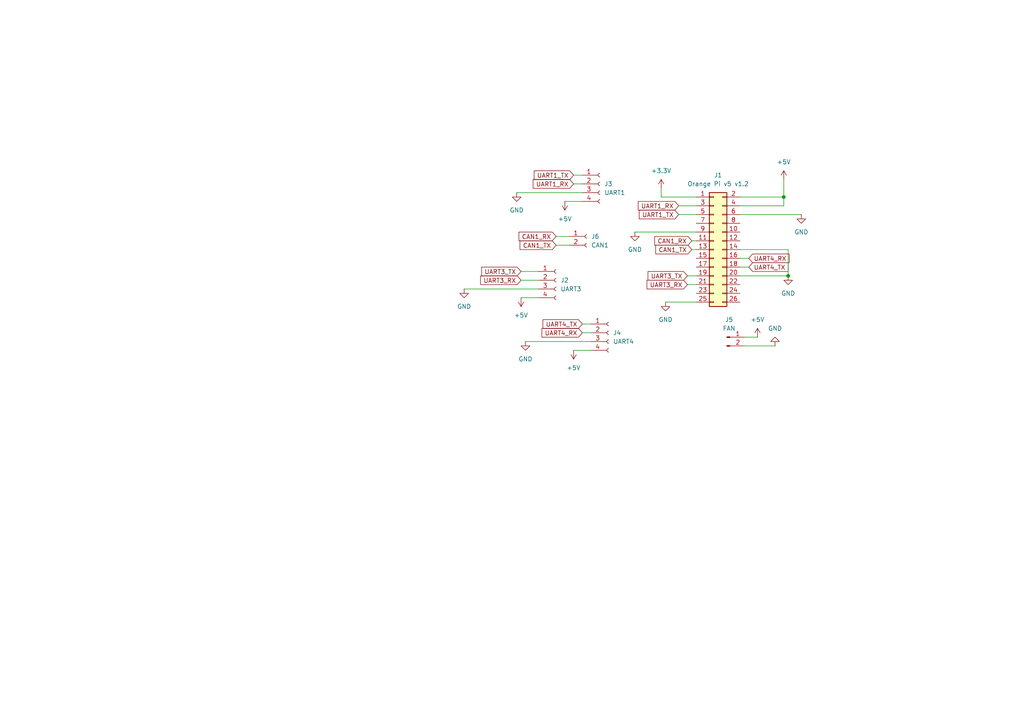
<source format=kicad_sch>
(kicad_sch (version 20231120) (generator "eeschema") (generator_version "8.0")
  (paper "A4")
  (lib_symbols
    (symbol "Connector:Conn_01x02_Pin" (pin_names (offset 1.016) hide)
      (property "Reference" "J" (at 0 2.54 0))
      (property "Value" "Conn_01x02_Pin" (at 0 -5.08 0))
      (symbol "Conn_01x02_Pin_1_1"
        (polyline (pts (xy 1.27 -2.54) (xy 0.8636 -2.54)) (stroke (width 0.1524)))
        (polyline (pts (xy 1.27 0) (xy 0.8636 0)) (stroke (width 0.1524)))
        (rectangle (start 0.8636 -2.413) (end 0 -2.667) (stroke (width 0.1524)) (fill (type outline)))
        (rectangle (start 0.8636 0.127) (end 0 -0.127) (stroke (width 0.1524)) (fill (type outline)))
        (pin passive line (at 5.08 0 180) (length 3.81) (name "Pin_1") (number "1"))
        (pin passive line (at 5.08 -2.54 180) (length 3.81) (name "Pin_2") (number "2"))
      )
    )
    (symbol "Connector:Conn_01x02_Socket" (pin_names (offset 1.016) hide)
      (property "Reference" "J" (at 0 2.54 0))
      (property "Value" "Conn_01x02_Socket" (at 0 -5.08 0))
      (symbol "Conn_01x02_Socket_1_1"
        (arc (start 0 -2.032) (mid -0.5058 -2.54) (end 0 -3.048) (stroke (width 0.1524)))
        (polyline (pts (xy -1.27 -2.54) (xy -0.508 -2.54)) (stroke (width 0.1524)))
        (polyline (pts (xy -1.27 0) (xy -0.508 0)) (stroke (width 0.1524)))
        (arc (start 0 0.508) (mid -0.5058 0) (end 0 -0.508) (stroke (width 0.1524)))
        (pin passive line (at -5.08 0 0) (length 3.81) (name "Pin_1") (number "1"))
        (pin passive line (at -5.08 -2.54 0) (length 3.81) (name "Pin_2") (number "2"))
      )
    )
    (symbol "Connector:Conn_01x04_Socket" (pin_names (offset 1.016) hide)
      (property "Reference" "J" (at 0 5.08 0))
      (property "Value" "Conn_01x04_Socket" (at 0 -7.62 0))
      (symbol "Conn_01x04_Socket_1_1"
        (arc (start 0 -4.572) (mid -0.5058 -5.08) (end 0 -5.588) (stroke (width 0.1524)))
        (arc (start 0 -2.032) (mid -0.5058 -2.54) (end 0 -3.048) (stroke (width 0.1524)))
        (polyline (pts (xy -1.27 -5.08) (xy -0.508 -5.08)) (stroke (width 0.1524)))
        (polyline (pts (xy -1.27 -2.54) (xy -0.508 -2.54)) (stroke (width 0.1524)))
        (polyline (pts (xy -1.27 0) (xy -0.508 0)) (stroke (width 0.1524)))
        (polyline (pts (xy -1.27 2.54) (xy -0.508 2.54)) (stroke (width 0.1524)))
        (arc (start 0 0.508) (mid -0.5058 0) (end 0 -0.508) (stroke (width 0.1524)))
        (arc (start 0 3.048) (mid -0.5058 2.54) (end 0 2.032) (stroke (width 0.1524)))
        (pin passive line (at -5.08 2.54 0) (length 3.81) (name "Pin_1") (number "1"))
        (pin passive line (at -5.08 0 0) (length 3.81) (name "Pin_2") (number "2"))
        (pin passive line (at -5.08 -2.54 0) (length 3.81) (name "Pin_3") (number "3"))
        (pin passive line (at -5.08 -5.08 0) (length 3.81) (name "Pin_4") (number "4"))
      )
    )
    (symbol "Connector_Generic:Conn_02x13_Odd_Even" (pin_names (offset 1.016) hide)
      (property "Reference" "J" (at 1.27 17.78 0))
      (property "Value" "Conn_02x13_Odd_Even" (at 1.27 -17.78 0))
      (symbol "Conn_02x13_Odd_Even_1_1"
        (rectangle (start -1.27 -15.113) (end 0 -15.367) (stroke (width 0.1524)))
        (rectangle (start -1.27 -12.573) (end 0 -12.827) (stroke (width 0.1524)))
        (rectangle (start -1.27 -10.033) (end 0 -10.287) (stroke (width 0.1524)))
        (rectangle (start -1.27 -7.493) (end 0 -7.747) (stroke (width 0.1524)))
        (rectangle (start -1.27 -4.953) (end 0 -5.207) (stroke (width 0.1524)))
        (rectangle (start -1.27 -2.413) (end 0 -2.667) (stroke (width 0.1524)))
        (rectangle (start -1.27 0.127) (end 0 -0.127) (stroke (width 0.1524)))
        (rectangle (start -1.27 2.667) (end 0 2.413) (stroke (width 0.1524)))
        (rectangle (start -1.27 5.207) (end 0 4.953) (stroke (width 0.1524)))
        (rectangle (start -1.27 7.747) (end 0 7.493) (stroke (width 0.1524)))
        (rectangle (start -1.27 10.287) (end 0 10.033) (stroke (width 0.1524)))
        (rectangle (start -1.27 12.827) (end 0 12.573) (stroke (width 0.1524)))
        (rectangle (start -1.27 15.367) (end 0 15.113) (stroke (width 0.1524)))
        (rectangle (start -1.27 16.51) (end 3.81 -16.51) (stroke (width 0.254)) (fill (type background)))
        (rectangle (start 3.81 -15.113) (end 2.54 -15.367) (stroke (width 0.1524)))
        (rectangle (start 3.81 -12.573) (end 2.54 -12.827) (stroke (width 0.1524)))
        (rectangle (start 3.81 -10.033) (end 2.54 -10.287) (stroke (width 0.1524)))
        (rectangle (start 3.81 -7.493) (end 2.54 -7.747) (stroke (width 0.1524)))
        (rectangle (start 3.81 -4.953) (end 2.54 -5.207) (stroke (width 0.1524)))
        (rectangle (start 3.81 -2.413) (end 2.54 -2.667) (stroke (width 0.1524)))
        (rectangle (start 3.81 0.127) (end 2.54 -0.127) (stroke (width 0.1524)))
        (rectangle (start 3.81 2.667) (end 2.54 2.413) (stroke (width 0.1524)))
        (rectangle (start 3.81 5.207) (end 2.54 4.953) (stroke (width 0.1524)))
        (rectangle (start 3.81 7.747) (end 2.54 7.493) (stroke (width 0.1524)))
        (rectangle (start 3.81 10.287) (end 2.54 10.033) (stroke (width 0.1524)))
        (rectangle (start 3.81 12.827) (end 2.54 12.573) (stroke (width 0.1524)))
        (rectangle (start 3.81 15.367) (end 2.54 15.113) (stroke (width 0.1524)))
        (pin passive line (at -5.08 15.24 0) (length 3.81) (name "Pin_1") (number "1"))
        (pin passive line (at 7.62 5.08 180) (length 3.81) (name "Pin_10") (number "10"))
        (pin passive line (at -5.08 2.54 0) (length 3.81) (name "Pin_11") (number "11"))
        (pin passive line (at 7.62 2.54 180) (length 3.81) (name "Pin_12") (number "12"))
        (pin passive line (at -5.08 0 0) (length 3.81) (name "Pin_13") (number "13"))
        (pin passive line (at 7.62 0 180) (length 3.81) (name "Pin_14") (number "14"))
        (pin passive line (at -5.08 -2.54 0) (length 3.81) (name "Pin_15") (number "15"))
        (pin passive line (at 7.62 -2.54 180) (length 3.81) (name "Pin_16") (number "16"))
        (pin passive line (at -5.08 -5.08 0) (length 3.81) (name "Pin_17") (number "17"))
        (pin passive line (at 7.62 -5.08 180) (length 3.81) (name "Pin_18") (number "18"))
        (pin passive line (at -5.08 -7.62 0) (length 3.81) (name "Pin_19") (number "19"))
        (pin passive line (at 7.62 15.24 180) (length 3.81) (name "Pin_2") (number "2"))
        (pin passive line (at 7.62 -7.62 180) (length 3.81) (name "Pin_20") (number "20"))
        (pin passive line (at -5.08 -10.16 0) (length 3.81) (name "Pin_21") (number "21"))
        (pin passive line (at 7.62 -10.16 180) (length 3.81) (name "Pin_22") (number "22"))
        (pin passive line (at -5.08 -12.7 0) (length 3.81) (name "Pin_23") (number "23"))
        (pin passive line (at 7.62 -12.7 180) (length 3.81) (name "Pin_24") (number "24"))
        (pin passive line (at -5.08 -15.24 0) (length 3.81) (name "Pin_25") (number "25"))
        (pin passive line (at 7.62 -15.24 180) (length 3.81) (name "Pin_26") (number "26"))
        (pin passive line (at -5.08 12.7 0) (length 3.81) (name "Pin_3") (number "3"))
        (pin passive line (at 7.62 12.7 180) (length 3.81) (name "Pin_4") (number "4"))
        (pin passive line (at -5.08 10.16 0) (length 3.81) (name "Pin_5") (number "5"))
        (pin passive line (at 7.62 10.16 180) (length 3.81) (name "Pin_6") (number "6"))
        (pin passive line (at -5.08 7.62 0) (length 3.81) (name "Pin_7") (number "7"))
        (pin passive line (at 7.62 7.62 180) (length 3.81) (name "Pin_8") (number "8"))
        (pin passive line (at -5.08 5.08 0) (length 3.81) (name "Pin_9") (number "9"))
      )
    )
    (symbol "power:+3.3V" (power) (pin_numbers hide) (pin_names (offset 0) hide)
      (property "Value" "+3.3V" (at 0 3.556 0))
      (symbol "+3.3V_0_1"
        (polyline (pts (xy -0.762 1.27) (xy 0 2.54)))
        (polyline (pts (xy 0 0) (xy 0 2.54)))
        (polyline (pts (xy 0 2.54) (xy 0.762 1.27)))
      )
      (symbol "+3.3V_1_1"
        (pin power_in line (at 0 0 90) (length 0) (name "~") (number "1"))
      )
    )
    (symbol "power:+5V" (power) (pin_numbers hide) (pin_names (offset 0) hide)
      (property "Value" "+5V" (at 0 3.556 0))
      (symbol "+5V_0_1"
        (polyline (pts (xy -0.762 1.27) (xy 0 2.54)))
        (polyline (pts (xy 0 0) (xy 0 2.54)))
        (polyline (pts (xy 0 2.54) (xy 0.762 1.27)))
      )
      (symbol "+5V_1_1"
        (pin power_in line (at 0 0 90) (length 0) (name "~") (number "1"))
      )
    )
    (symbol "power:GND" (power) (pin_numbers hide) (pin_names (offset 0) hide)
      (property "Value" "GND" (at 0 -3.81 0))
      (symbol "GND_0_1"
        (polyline (pts (xy 0 0) (xy 0 -1.27) (xy 1.27 -1.27) (xy 0 -2.54) (xy -1.27 -1.27) (xy 0 -1.27)))
      )
      (symbol "GND_1_1"
        (pin power_in line (at 0 0 270) (length 0) (name "~") (number "1"))
      )
    )
  )
  (junction (at 227.33 57.15))
  (junction (at 228.6 80.01))
  (wire (pts (xy 151.13 78.74) (xy 156.21 78.74)))
  (wire (pts (xy 166.37 101.6) (xy 171.45 101.6)))
  (wire (pts (xy 227.33 57.15) (xy 227.33 59.69)))
  (wire (pts (xy 214.63 80.01) (xy 228.6 80.01)))
  (wire (pts (xy 228.6 72.39) (xy 228.6 80.01)))
  (wire (pts (xy 199.39 82.55) (xy 201.93 82.55)))
  (wire (pts (xy 214.63 74.93) (xy 217.17 74.93)))
  (wire (pts (xy 168.91 93.98) (xy 171.45 93.98)))
  (wire (pts (xy 215.9 97.79) (xy 219.71 97.79)))
  (wire (pts (xy 161.29 68.58) (xy 165.1 68.58)))
  (wire (pts (xy 166.37 53.34) (xy 168.91 53.34)))
  (wire (pts (xy 196.85 59.69) (xy 201.93 59.69)))
  (wire (pts (xy 134.62 83.82) (xy 156.21 83.82)))
  (wire (pts (xy 168.91 96.52) (xy 171.45 96.52)))
  (wire (pts (xy 215.9 100.33) (xy 224.79 100.33)))
  (wire (pts (xy 184.15 67.31) (xy 201.93 67.31)))
  (wire (pts (xy 193.04 87.63) (xy 201.93 87.63)))
  (wire (pts (xy 214.63 77.47) (xy 217.17 77.47)))
  (wire (pts (xy 196.85 62.23) (xy 201.93 62.23)))
  (wire (pts (xy 166.37 50.8) (xy 168.91 50.8)))
  (wire (pts (xy 214.63 62.23) (xy 232.41 62.23)))
  (wire (pts (xy 163.83 58.42) (xy 168.91 58.42)))
  (wire (pts (xy 151.13 81.28) (xy 156.21 81.28)))
  (wire (pts (xy 151.13 86.36) (xy 156.21 86.36)))
  (wire (pts (xy 227.33 52.07) (xy 227.33 57.15)))
  (wire (pts (xy 200.66 69.85) (xy 201.93 69.85)))
  (wire (pts (xy 152.4 99.06) (xy 171.45 99.06)))
  (wire (pts (xy 191.77 57.15) (xy 201.93 57.15)))
  (wire (pts (xy 214.63 59.69) (xy 227.33 59.69)))
  (wire (pts (xy 214.63 57.15) (xy 227.33 57.15)))
  (wire (pts (xy 161.29 71.12) (xy 165.1 71.12)))
  (wire (pts (xy 191.77 54.61) (xy 191.77 57.15)))
  (wire (pts (xy 149.86 55.88) (xy 168.91 55.88)))
  (wire (pts (xy 214.63 72.39) (xy 228.6 72.39)))
  (wire (pts (xy 199.39 80.01) (xy 201.93 80.01)))
  (wire (pts (xy 200.66 72.39) (xy 201.93 72.39)))
  (global_label "UART1_TX" (shape input) (at 166.37 50.8 180) (property "Intersheetrefs" "${INTERSHEET_REFS}" (effects (hide yes))))
  (global_label "UART3_RX" (shape input) (at 151.13 81.28 180) (property "Intersheetrefs" "${INTERSHEET_REFS}" (effects (hide yes))))
  (global_label "UART4_RX" (shape input) (at 168.91 96.52 180) (property "Intersheetrefs" "${INTERSHEET_REFS}" (effects (hide yes))))
  (global_label "UART4_RX" (shape input) (at 217.17 74.93 0) (property "Intersheetrefs" "${INTERSHEET_REFS}" (effects (hide yes))))
  (global_label "UART3_TX" (shape input) (at 199.39 80.01 180) (property "Intersheetrefs" "${INTERSHEET_REFS}" (effects (hide yes))))
  (global_label "UART4_TX" (shape input) (at 168.91 93.98 180) (property "Intersheetrefs" "${INTERSHEET_REFS}" (effects (hide yes))))
  (global_label "CAN1_RX" (shape input) (at 161.29 68.58 180) (property "Intersheetrefs" "${INTERSHEET_REFS}" (effects (hide yes))))
  (global_label "UART4_TX" (shape input) (at 217.17 77.47 0) (property "Intersheetrefs" "${INTERSHEET_REFS}" (effects (hide yes))))
  (global_label "CAN1_TX" (shape input) (at 200.66 72.39 180) (property "Intersheetrefs" "${INTERSHEET_REFS}" (effects (hide yes))))
  (global_label "UART3_TX" (shape input) (at 151.13 78.74 180) (property "Intersheetrefs" "${INTERSHEET_REFS}" (effects (hide yes))))
  (global_label "UART1_TX" (shape input) (at 196.85 62.23 180) (property "Intersheetrefs" "${INTERSHEET_REFS}" (effects (hide yes))))
  (global_label "CAN1_RX" (shape input) (at 200.66 69.85 180) (property "Intersheetrefs" "${INTERSHEET_REFS}" (effects (hide yes))))
  (global_label "UART3_RX" (shape input) (at 199.39 82.55 180) (property "Intersheetrefs" "${INTERSHEET_REFS}" (effects (hide yes))))
  (global_label "CAN1_TX" (shape input) (at 161.29 71.12 180) (property "Intersheetrefs" "${INTERSHEET_REFS}" (effects (hide yes))))
  (global_label "UART1_RX" (shape input) (at 196.85 59.69 180) (property "Intersheetrefs" "${INTERSHEET_REFS}" (effects (hide yes))))
  (global_label "UART1_RX" (shape input) (at 166.37 53.34 180) (property "Intersheetrefs" "${INTERSHEET_REFS}" (effects (hide yes))))
  (symbol (lib_id "power:GND") (at 184.15 67.31 0) (unit 1)
    (property "Reference" "#PWR06" (effects (hide yes)))
    (property "Value" "GND" (at 184.15 72.39 0))
    (property "Description" "Power symbol creates a global label with name \"GND\" , ground" (effects (hide yes)))
  )
  (symbol (lib_id "Connector:Conn_01x02_Socket") (at 170.18 68.58 0) (unit 1)
    (property "Reference" "J6" (at 171.45 68.5799 0) (effects (justify left)))
    (property "Value" "CAN1" (at 171.45 71.1199 0) (effects (justify left)))
    (property "Footprint" "Connector_JST:JST_XH_B2B-XH-A_1x02_P2.50mm_Vertical" (effects (hide yes)))
    (property "Description" "Generic connector, single row, 01x02, script generated" (effects (hide yes)))
  )
  (symbol (lib_id "Connector:Conn_01x04_Socket") (at 176.53 96.52 0) (unit 1)
    (property "Reference" "J4" (at 177.8 96.5199 0) (effects (justify left)))
    (property "Value" "UART4" (at 177.8 99.0599 0) (effects (justify left)))
    (property "Footprint" "Connector_JST:JST_XH_B4B-XH-A_1x04_P2.50mm_Vertical" (effects (hide yes)))
    (property "Description" "Generic connector, single row, 01x04, script generated" (effects (hide yes)))
  )
  (symbol (lib_id "power:GND") (at 228.6 80.01 0) (unit 1)
    (property "Reference" "#PWR04" (effects (hide yes)))
    (property "Value" "GND" (at 228.6 85.09 0))
    (property "Description" "Power symbol creates a global label with name \"GND\" , ground" (effects (hide yes)))
  )
  (symbol (lib_id "power:GND") (at 224.79 100.33 180) (unit 1)
    (property "Reference" "#PWR010" (effects (hide yes)))
    (property "Value" "GND" (at 224.79 95.25 0))
    (property "Description" "Power symbol creates a global label with name \"GND\" , ground" (effects (hide yes)))
  )
  (symbol (lib_id "power:GND") (at 232.41 62.23 0) (unit 1)
    (property "Reference" "#PWR05" (effects (hide yes)))
    (property "Value" "GND" (at 232.41 67.31 0))
    (property "Description" "Power symbol creates a global label with name \"GND\" , ground" (effects (hide yes)))
  )
  (symbol (lib_id "Connector:Conn_01x02_Pin") (at 210.82 97.79 0) (unit 1)
    (property "Reference" "J5" (at 211.455 92.71 0))
    (property "Value" "FAN" (at 211.455 95.25 0))
    (property "Footprint" "Connector_PinHeader_2.54mm:PinHeader_1x02_P2.54mm_Horizontal" (effects (hide yes)))
    (property "Description" "Generic connector, single row, 01x02, script generated" (effects (hide yes)))
  )
  (symbol (lib_id "power:GND") (at 152.4 99.06 0) (unit 1)
    (property "Reference" "#PWR013" (effects (hide yes)))
    (property "Value" "GND" (at 152.4 104.14 0))
    (property "Description" "Power symbol creates a global label with name \"GND\" , ground" (effects (hide yes)))
  )
  (symbol (lib_id "power:GND") (at 193.04 87.63 0) (unit 1)
    (property "Reference" "#PWR03" (effects (hide yes)))
    (property "Value" "GND" (at 193.04 92.71 0))
    (property "Description" "Power symbol creates a global label with name \"GND\" , ground" (effects (hide yes)))
  )
  (symbol (lib_id "power:+5V") (at 163.83 58.42 180) (unit 1)
    (property "Reference" "#PWR011" (effects (hide yes)))
    (property "Value" "+5V" (at 163.83 63.5 0))
    (property "Description" "Power symbol creates a global label with name \"+5V\"" (effects (hide yes)))
  )
  (symbol (lib_id "power:+3.3V") (at 191.77 54.61 0) (unit 1)
    (property "Reference" "#PWR01" (effects (hide yes)))
    (property "Value" "+3.3V" (at 191.77 49.53 0))
    (property "Description" "Power symbol creates a global label with name \"+3.3V\"" (effects (hide yes)))
  )
  (symbol (lib_id "power:+5V") (at 219.71 97.79 0) (unit 1)
    (property "Reference" "#PWR09" (effects (hide yes)))
    (property "Value" "+5V" (at 219.71 92.71 0))
    (property "Description" "Power symbol creates a global label with name \"+5V\"" (effects (hide yes)))
  )
  (symbol (lib_id "power:GND") (at 149.86 55.88 0) (unit 1)
    (property "Reference" "#PWR014" (effects (hide yes)))
    (property "Value" "GND" (at 149.86 60.96 0))
    (property "Description" "Power symbol creates a global label with name \"GND\" , ground" (effects (hide yes)))
  )
  (symbol (lib_id "Connector:Conn_01x04_Socket") (at 161.29 81.28 0) (unit 1)
    (property "Reference" "J2" (at 162.56 81.2799 0) (effects (justify left)))
    (property "Value" "UART3" (at 162.56 83.8199 0) (effects (justify left)))
    (property "Footprint" "Connector_JST:JST_XH_B4B-XH-A_1x04_P2.50mm_Vertical" (effects (hide yes)))
    (property "Description" "Generic connector, single row, 01x04, script generated" (effects (hide yes)))
  )
  (symbol (lib_id "power:+5V") (at 151.13 86.36 180) (unit 1)
    (property "Reference" "#PWR07" (effects (hide yes)))
    (property "Value" "+5V" (at 151.13 91.44 0))
    (property "Description" "Power symbol creates a global label with name \"+5V\"" (effects (hide yes)))
  )
  (symbol (lib_id "power:+5V") (at 227.33 52.07 0) (unit 1)
    (property "Reference" "#PWR02" (effects (hide yes)))
    (property "Value" "+5V" (at 227.33 46.99 0))
    (property "Description" "Power symbol creates a global label with name \"+5V\"" (effects (hide yes)))
  )
  (symbol (lib_id "Connector:Conn_01x04_Socket") (at 173.99 53.34 0) (unit 1)
    (property "Reference" "J3" (at 175.26 53.3399 0) (effects (justify left)))
    (property "Value" "UART1" (at 175.26 55.8799 0) (effects (justify left)))
    (property "Footprint" "Connector_JST:JST_XH_B4B-XH-A_1x04_P2.50mm_Vertical" (effects (hide yes)))
    (property "Description" "Generic connector, single row, 01x04, script generated" (effects (hide yes)))
  )
  (symbol (lib_id "Connector_Generic:Conn_02x13_Odd_Even") (at 207.01 72.39 0) (unit 1)
    (property "Reference" "J1" (at 208.28 50.8 0))
    (property "Value" "Orange Pi v5 v1.2" (at 208.28 53.34 0))
    (property "Footprint" "Connector_PinSocket_2.54mm:PinSocket_2x13_P2.54mm_Vertical" (effects (hide yes)))
    (property "Description" "Generic connector, double row, 02x13, odd/even pin numbering scheme (row 1 odd numbers, row 2 even numbers), script generated (kicad-library-utils/schlib/autogen/connector/)" (effects (hide yes)))
  )
  (symbol (lib_id "power:GND") (at 134.62 83.82 0) (unit 1)
    (property "Reference" "#PWR08" (effects (hide yes)))
    (property "Value" "GND" (at 134.62 88.9 0))
    (property "Description" "Power symbol creates a global label with name \"GND\" , ground" (effects (hide yes)))
  )
  (symbol (lib_id "power:+5V") (at 166.37 101.6 180) (unit 1)
    (property "Reference" "#PWR012" (effects (hide yes)))
    (property "Value" "+5V" (at 166.37 106.68 0))
    (property "Description" "Power symbol creates a global label with name \"+5V\"" (effects (hide yes)))
  )
)
</source>
